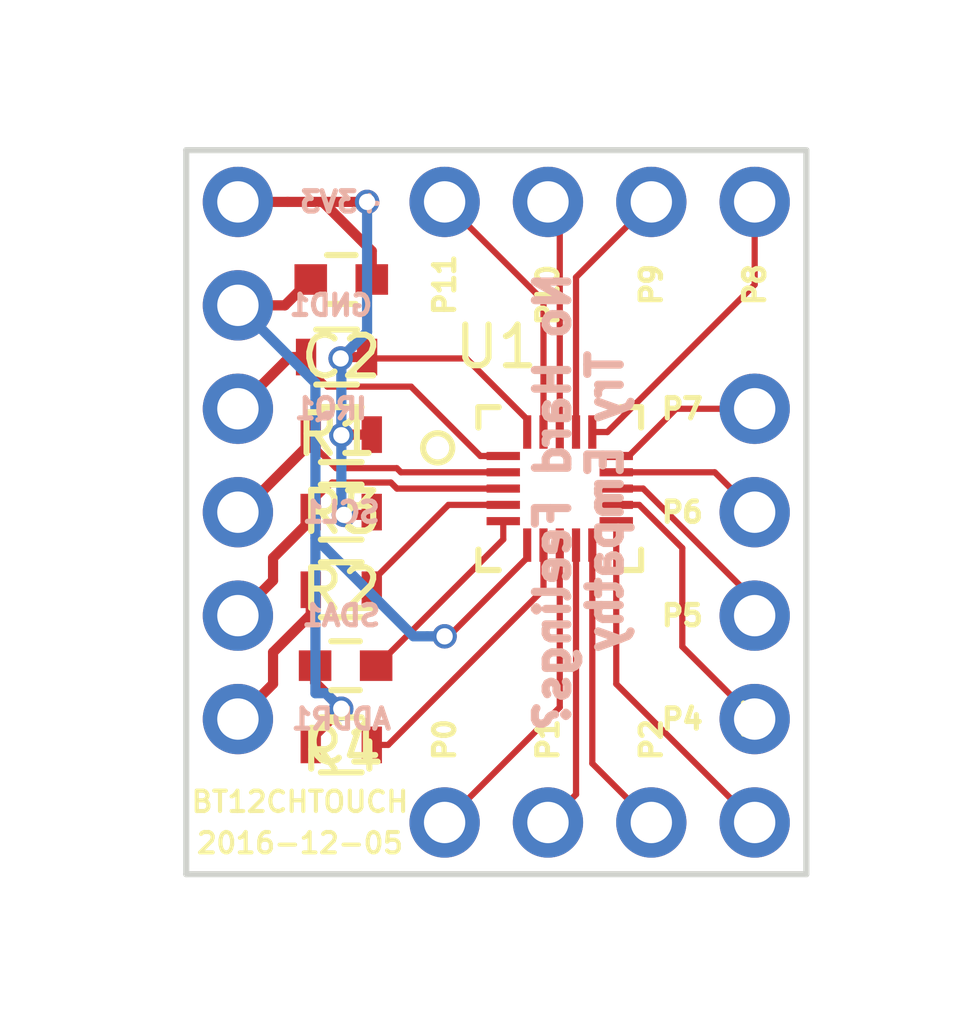
<source format=kicad_pcb>
(kicad_pcb (version 4) (host pcbnew 4.0.4-stable)

  (general
    (links 31)
    (no_connects 20)
    (area 140.894999 72.314999 156.285001 90.245001)
    (thickness 1.6)
    (drawings 7)
    (tracks 116)
    (zones 0)
    (modules 26)
    (nets 22)
  )

  (page A4)
  (layers
    (0 F.Cu signal)
    (31 B.Cu signal)
    (32 B.Adhes user)
    (33 F.Adhes user)
    (34 B.Paste user)
    (35 F.Paste user)
    (36 B.SilkS user)
    (37 F.SilkS user)
    (38 B.Mask user)
    (39 F.Mask user)
    (40 Dwgs.User user)
    (41 Cmts.User user)
    (42 Eco1.User user)
    (43 Eco2.User user)
    (44 Edge.Cuts user)
    (45 Margin user)
    (46 B.CrtYd user)
    (47 F.CrtYd user)
    (48 B.Fab user)
    (49 F.Fab user)
  )

  (setup
    (last_trace_width 0.25)
    (trace_clearance 0.2)
    (zone_clearance 0.508)
    (zone_45_only no)
    (trace_min 0.2)
    (segment_width 0.2)
    (edge_width 0.15)
    (via_size 0.6)
    (via_drill 0.4)
    (via_min_size 0.4)
    (via_min_drill 0.3)
    (uvia_size 0.3)
    (uvia_drill 0.1)
    (uvias_allowed no)
    (uvia_min_size 0.2)
    (uvia_min_drill 0.1)
    (pcb_text_width 0.3)
    (pcb_text_size 1.5 1.5)
    (mod_edge_width 0.15)
    (mod_text_size 1 1)
    (mod_text_width 0.15)
    (pad_size 1.7272 1.7272)
    (pad_drill 1.016)
    (pad_to_mask_clearance 0.2)
    (aux_axis_origin 0 0)
    (visible_elements 7FFEFFFF)
    (pcbplotparams
      (layerselection 0x010fc_80000001)
      (usegerberextensions true)
      (excludeedgelayer true)
      (linewidth 0.100000)
      (plotframeref false)
      (viasonmask false)
      (mode 1)
      (useauxorigin false)
      (hpglpennumber 1)
      (hpglpenspeed 20)
      (hpglpendiameter 15)
      (hpglpenoverlay 2)
      (psnegative false)
      (psa4output false)
      (plotreference true)
      (plotvalue true)
      (plotinvisibletext false)
      (padsonsilk false)
      (subtractmaskfromsilk false)
      (outputformat 1)
      (mirror false)
      (drillshape 0)
      (scaleselection 1)
      (outputdirectory gerber))
  )

  (net 0 "")
  (net 1 +3V3)
  (net 2 GND)
  (net 3 "Net-(R3-Pad2)")
  (net 4 "Net-(R4-Pad1)")
  (net 5 "Net-(ADDR1-Pad1)")
  (net 6 "Net-(C1-Pad1)")
  (net 7 /IRQ)
  (net 8 /P00)
  (net 9 /P01)
  (net 10 /P02)
  (net 11 /P03)
  (net 12 /P04)
  (net 13 /P05)
  (net 14 /P06)
  (net 15 /P07)
  (net 16 /P08)
  (net 17 /P09)
  (net 18 /P10)
  (net 19 /P11)
  (net 20 /SDA)
  (net 21 /SCL)

  (net_class Default "This is the default net class."
    (clearance 0.2)
    (trace_width 0.25)
    (via_dia 0.6)
    (via_drill 0.4)
    (uvia_dia 0.3)
    (uvia_drill 0.1)
    (add_net +3V3)
    (add_net /IRQ)
    (add_net /P00)
    (add_net /P01)
    (add_net /P02)
    (add_net /P03)
    (add_net /P04)
    (add_net /P05)
    (add_net /P06)
    (add_net /P07)
    (add_net /P08)
    (add_net /P09)
    (add_net /P10)
    (add_net /P11)
    (add_net /SCL)
    (add_net /SDA)
    (add_net GND)
    (add_net "Net-(ADDR1-Pad1)")
    (add_net "Net-(C1-Pad1)")
    (add_net "Net-(R3-Pad2)")
    (add_net "Net-(R4-Pad1)")
  )

  (module Liberry:single_0.1 (layer F.Cu) (tedit 5829F5BC) (tstamp 582A703F)
    (at 152.4 73.66 90)
    (descr "10 pins through hole IDC header")
    (tags "IDC header socket VASCH")
    (path /582A0714)
    (fp_text reference P9 (at -2.032 0 90) (layer F.SilkS)
      (effects (font (size 0.5 0.5) (thickness 0.125)))
    )
    (fp_text value CONN_01X01 (at 0 2.54 90) (layer F.Fab)
      (effects (font (size 1 1) (thickness 0.15)))
    )
    (pad 1 thru_hole circle (at 0 0 90) (size 1.7272 1.7272) (drill 1.016) (layers *.Cu *.Mask)
      (net 17 /P09))
  )

  (module Liberry:single_0.1 (layer F.Cu) (tedit 5829F5BC) (tstamp 582A703A)
    (at 154.94 73.66 90)
    (descr "10 pins through hole IDC header")
    (tags "IDC header socket VASCH")
    (path /582A06BC)
    (fp_text reference P8 (at -2.032 0 90) (layer F.SilkS)
      (effects (font (size 0.5 0.5) (thickness 0.125)))
    )
    (fp_text value CONN_01X01 (at 0 2.54 90) (layer F.Fab)
      (effects (font (size 1 1) (thickness 0.15)))
    )
    (pad 1 thru_hole circle (at 0 0 90) (size 1.7272 1.7272) (drill 1.016) (layers *.Cu *.Mask)
      (net 16 /P08))
  )

  (module Liberry:single_0.1 (layer F.Cu) (tedit 5829F5BC) (tstamp 582A7035)
    (at 154.94 78.74)
    (descr "10 pins through hole IDC header")
    (tags "IDC header socket VASCH")
    (path /582A0665)
    (fp_text reference P7 (at -1.778 0) (layer F.SilkS)
      (effects (font (size 0.5 0.5) (thickness 0.125)))
    )
    (fp_text value CONN_01X01 (at 0 2.54) (layer F.Fab)
      (effects (font (size 1 1) (thickness 0.15)))
    )
    (pad 1 thru_hole circle (at 0 0) (size 1.7272 1.7272) (drill 1.016) (layers *.Cu *.Mask)
      (net 15 /P07))
  )

  (module Liberry:single_0.1 (layer F.Cu) (tedit 5829F5BC) (tstamp 582A7030)
    (at 154.94 81.28 180)
    (descr "10 pins through hole IDC header")
    (tags "IDC header socket VASCH")
    (path /582A0611)
    (fp_text reference P6 (at 1.778 0 180) (layer F.SilkS)
      (effects (font (size 0.5 0.5) (thickness 0.125)))
    )
    (fp_text value CONN_01X01 (at 0 2.54 180) (layer F.Fab)
      (effects (font (size 1 1) (thickness 0.15)))
    )
    (pad 1 thru_hole circle (at 0 0 180) (size 1.7272 1.7272) (drill 1.016) (layers *.Cu *.Mask)
      (net 14 /P06))
  )

  (module Liberry:single_0.1 (layer F.Cu) (tedit 5829F5BC) (tstamp 582A702B)
    (at 154.94 83.82)
    (descr "10 pins through hole IDC header")
    (tags "IDC header socket VASCH")
    (path /582A058B)
    (fp_text reference P5 (at -1.778 0) (layer F.SilkS)
      (effects (font (size 0.5 0.5) (thickness 0.125)))
    )
    (fp_text value CONN_01X01 (at 0 2.54) (layer F.Fab)
      (effects (font (size 1 1) (thickness 0.15)))
    )
    (pad 1 thru_hole circle (at 0 0) (size 1.7272 1.7272) (drill 1.016) (layers *.Cu *.Mask)
      (net 13 /P05))
  )

  (module Liberry:single_0.1 (layer F.Cu) (tedit 5829F5BC) (tstamp 582A7026)
    (at 154.94 86.36)
    (descr "10 pins through hole IDC header")
    (tags "IDC header socket VASCH")
    (path /582A0539)
    (fp_text reference P4 (at -1.778 0) (layer F.SilkS)
      (effects (font (size 0.5 0.5) (thickness 0.125)))
    )
    (fp_text value CONN_01X01 (at 0 2.54) (layer F.Fab)
      (effects (font (size 1 1) (thickness 0.15)))
    )
    (pad 1 thru_hole circle (at 0 0) (size 1.7272 1.7272) (drill 1.016) (layers *.Cu *.Mask)
      (net 12 /P04))
  )

  (module Liberry:single_0.1 (layer F.Cu) (tedit 5829F5BC) (tstamp 582A7021)
    (at 154.94 88.9 270)
    (descr "10 pins through hole IDC header")
    (tags "IDC header socket VASCH")
    (path /582A04F2)
    (fp_text reference P3 (at -2.54 0 270) (layer F.SilkS)
      (effects (font (size 0.5 0.5) (thickness 0.125)))
    )
    (fp_text value CONN_01X01 (at 0 2.54 270) (layer F.Fab)
      (effects (font (size 1 1) (thickness 0.15)))
    )
    (pad 1 thru_hole circle (at 0 0 270) (size 1.7272 1.7272) (drill 1.016) (layers *.Cu *.Mask)
      (net 11 /P03))
  )

  (module Liberry:single_0.1 (layer F.Cu) (tedit 5829F5BC) (tstamp 582A701C)
    (at 152.4 88.9 270)
    (descr "10 pins through hole IDC header")
    (tags "IDC header socket VASCH")
    (path /582A04AA)
    (fp_text reference P2 (at -2.032 0 270) (layer F.SilkS)
      (effects (font (size 0.5 0.5) (thickness 0.125)))
    )
    (fp_text value CONN_01X01 (at 0 2.54 270) (layer F.Fab)
      (effects (font (size 1 1) (thickness 0.15)))
    )
    (pad 1 thru_hole circle (at 0 0 270) (size 1.7272 1.7272) (drill 1.016) (layers *.Cu *.Mask)
      (net 10 /P02))
  )

  (module Liberry:single_0.1 (layer F.Cu) (tedit 5829F5BC) (tstamp 582A7017)
    (at 149.86 88.9 270)
    (descr "10 pins through hole IDC header")
    (tags "IDC header socket VASCH")
    (path /582A0461)
    (fp_text reference P1 (at -2.032 0 270) (layer F.SilkS)
      (effects (font (size 0.5 0.5) (thickness 0.125)))
    )
    (fp_text value CONN_01X01 (at 0 2.54 270) (layer F.Fab)
      (effects (font (size 1 1) (thickness 0.15)))
    )
    (pad 1 thru_hole circle (at 0 0 270) (size 1.7272 1.7272) (drill 1.016) (layers *.Cu *.Mask)
      (net 9 /P01))
  )

  (module Liberry:single_0.1 (layer F.Cu) (tedit 5829F5BC) (tstamp 582A7012)
    (at 147.32 88.9 270)
    (descr "10 pins through hole IDC header")
    (tags "IDC header socket VASCH")
    (path /582A02DA)
    (fp_text reference P0 (at -2.032 0 270) (layer F.SilkS)
      (effects (font (size 0.5 0.5) (thickness 0.125)))
    )
    (fp_text value CONN_01X01 (at 0 2.54 270) (layer F.Fab)
      (effects (font (size 1 1) (thickness 0.15)))
    )
    (pad 1 thru_hole circle (at 0 0 270) (size 1.7272 1.7272) (drill 1.016) (layers *.Cu *.Mask)
      (net 8 /P00))
  )

  (module Liberry:single_0.1 (layer F.Cu) (tedit 5829F5BC) (tstamp 5829F6C5)
    (at 147.32 73.66 90)
    (descr "10 pins through hole IDC header")
    (tags "IDC header socket VASCH")
    (path /582A07C9)
    (fp_text reference P11 (at -2.032 0 90) (layer F.SilkS)
      (effects (font (size 0.5 0.5) (thickness 0.125)))
    )
    (fp_text value CONN_01X01 (at 0 2.54 90) (layer F.Fab)
      (effects (font (size 1 1) (thickness 0.15)))
    )
    (pad 1 thru_hole circle (at 0 0 90) (size 1.7272 1.7272) (drill 1.016) (layers *.Cu *.Mask)
      (net 19 /P11))
  )

  (module Liberry:single_0.1 (layer F.Cu) (tedit 5829F5BC) (tstamp 5829F6C0)
    (at 149.86 73.66 90)
    (descr "10 pins through hole IDC header")
    (tags "IDC header socket VASCH")
    (path /582A076D)
    (fp_text reference P10 (at -2.286 0 90) (layer F.SilkS)
      (effects (font (size 0.5 0.5) (thickness 0.125)))
    )
    (fp_text value CONN_01X01 (at 0 2.54 90) (layer F.Fab)
      (effects (font (size 1 1) (thickness 0.15)))
    )
    (pad 1 thru_hole circle (at 0 0 90) (size 1.7272 1.7272) (drill 1.016) (layers *.Cu *.Mask)
      (net 18 /P10))
  )

  (module Capacitors_SMD:C_0603 (layer F.Cu) (tedit 5415D631) (tstamp 5829F1D0)
    (at 144.78 75.565 180)
    (descr "Capacitor SMD 0603, reflow soldering, AVX (see smccp.pdf)")
    (tags "capacitor 0603")
    (path /5829E05C)
    (attr smd)
    (fp_text reference C2 (at 0 -1.9 180) (layer F.SilkS)
      (effects (font (size 1 1) (thickness 0.15)))
    )
    (fp_text value CC0603KRX7R9BB104 (at 0 1.9 180) (layer F.Fab)
      (effects (font (size 1 1) (thickness 0.15)))
    )
    (fp_line (start -0.8 0.4) (end -0.8 -0.4) (layer F.Fab) (width 0.15))
    (fp_line (start 0.8 0.4) (end -0.8 0.4) (layer F.Fab) (width 0.15))
    (fp_line (start 0.8 -0.4) (end 0.8 0.4) (layer F.Fab) (width 0.15))
    (fp_line (start -0.8 -0.4) (end 0.8 -0.4) (layer F.Fab) (width 0.15))
    (fp_line (start -1.45 -0.75) (end 1.45 -0.75) (layer F.CrtYd) (width 0.05))
    (fp_line (start -1.45 0.75) (end 1.45 0.75) (layer F.CrtYd) (width 0.05))
    (fp_line (start -1.45 -0.75) (end -1.45 0.75) (layer F.CrtYd) (width 0.05))
    (fp_line (start 1.45 -0.75) (end 1.45 0.75) (layer F.CrtYd) (width 0.05))
    (fp_line (start -0.35 -0.6) (end 0.35 -0.6) (layer F.SilkS) (width 0.15))
    (fp_line (start 0.35 0.6) (end -0.35 0.6) (layer F.SilkS) (width 0.15))
    (pad 1 smd rect (at -0.75 0 180) (size 0.8 0.75) (layers F.Cu F.Paste F.Mask)
      (net 1 +3V3))
    (pad 2 smd rect (at 0.75 0 180) (size 0.8 0.75) (layers F.Cu F.Paste F.Mask)
      (net 2 GND))
    (model Capacitors_SMD.3dshapes/C_0603.wrl
      (at (xyz 0 0 0))
      (scale (xyz 1 1 1))
      (rotate (xyz 0 0 0))
    )
  )

  (module Capacitors_SMD:C_0603 (layer F.Cu) (tedit 5415D631) (tstamp 5829F1C0)
    (at 144.88666 85.048952 180)
    (descr "Capacitor SMD 0603, reflow soldering, AVX (see smccp.pdf)")
    (tags "capacitor 0603")
    (path /5829DB53)
    (attr smd)
    (fp_text reference C1 (at 0 -1.9 180) (layer F.SilkS)
      (effects (font (size 1 1) (thickness 0.15)))
    )
    (fp_text value 0.1uf (at 0 1.9 180) (layer F.Fab)
      (effects (font (size 1 1) (thickness 0.15)))
    )
    (fp_line (start -0.8 0.4) (end -0.8 -0.4) (layer F.Fab) (width 0.15))
    (fp_line (start 0.8 0.4) (end -0.8 0.4) (layer F.Fab) (width 0.15))
    (fp_line (start 0.8 -0.4) (end 0.8 0.4) (layer F.Fab) (width 0.15))
    (fp_line (start -0.8 -0.4) (end 0.8 -0.4) (layer F.Fab) (width 0.15))
    (fp_line (start -1.45 -0.75) (end 1.45 -0.75) (layer F.CrtYd) (width 0.05))
    (fp_line (start -1.45 0.75) (end 1.45 0.75) (layer F.CrtYd) (width 0.05))
    (fp_line (start -1.45 -0.75) (end -1.45 0.75) (layer F.CrtYd) (width 0.05))
    (fp_line (start 1.45 -0.75) (end 1.45 0.75) (layer F.CrtYd) (width 0.05))
    (fp_line (start -0.35 -0.6) (end 0.35 -0.6) (layer F.SilkS) (width 0.15))
    (fp_line (start 0.35 0.6) (end -0.35 0.6) (layer F.SilkS) (width 0.15))
    (pad 1 smd rect (at -0.75 0 180) (size 0.8 0.75) (layers F.Cu F.Paste F.Mask)
      (net 6 "Net-(C1-Pad1)"))
    (pad 2 smd rect (at 0.75 0 180) (size 0.8 0.75) (layers F.Cu F.Paste F.Mask)
      (net 2 GND))
    (model Capacitors_SMD.3dshapes/C_0603.wrl
      (at (xyz 0 0 0))
      (scale (xyz 1 1 1))
      (rotate (xyz 0 0 0))
    )
  )

  (module Liberry:single_0.1 (layer F.Cu) (tedit 5845D6EE) (tstamp 5829EF84)
    (at 142.24 83.82)
    (descr "10 pins through hole IDC header")
    (tags "IDC header socket VASCH")
    (path /5829FB60)
    (fp_text reference SDA1 (at 2.54 0) (layer B.SilkS)
      (effects (font (size 0.5 0.5) (thickness 0.125)) (justify mirror))
    )
    (fp_text value CONN_01X01 (at 0 2.54) (layer F.Fab)
      (effects (font (size 1 1) (thickness 0.15)))
    )
    (pad 1 thru_hole circle (at 0 0) (size 1.7272 1.7272) (drill 1.016) (layers *.Cu *.Mask)
      (net 20 /SDA))
  )

  (module Liberry:single_0.1 (layer F.Cu) (tedit 5845D6E9) (tstamp 5829EF80)
    (at 142.24 81.28)
    (descr "10 pins through hole IDC header")
    (tags "IDC header socket VASCH")
    (path /5829FB10)
    (fp_text reference SCL1 (at 2.54 0) (layer B.SilkS)
      (effects (font (size 0.5 0.5) (thickness 0.125)) (justify mirror))
    )
    (fp_text value CONN_01X01 (at 0 2.54) (layer F.Fab)
      (effects (font (size 1 1) (thickness 0.15)))
    )
    (pad 1 thru_hole circle (at 0 0) (size 1.7272 1.7272) (drill 1.016) (layers *.Cu *.Mask)
      (net 21 /SCL))
  )

  (module Liberry:single_0.1 (layer F.Cu) (tedit 5845D6E4) (tstamp 5829EF54)
    (at 142.24 78.74)
    (descr "10 pins through hole IDC header")
    (tags "IDC header socket VASCH")
    (path /5829EB47)
    (fp_text reference IRQ1 (at 2.286 0) (layer B.SilkS)
      (effects (font (size 0.5 0.5) (thickness 0.125)) (justify mirror))
    )
    (fp_text value CONN_01X01 (at 0 2.54) (layer F.Fab)
      (effects (font (size 1 1) (thickness 0.15)))
    )
    (pad 1 thru_hole circle (at 0 0) (size 1.7272 1.7272) (drill 1.016) (layers *.Cu *.Mask)
      (net 7 /IRQ))
  )

  (module Liberry:single_0.1 (layer F.Cu) (tedit 5845D6F2) (tstamp 5829EF50)
    (at 142.24 86.36)
    (descr "10 pins through hole IDC header")
    (tags "IDC header socket VASCH")
    (path /5829EEE2)
    (fp_text reference ADDR1 (at 2.54 0) (layer B.SilkS)
      (effects (font (size 0.5 0.5) (thickness 0.125)) (justify mirror))
    )
    (fp_text value CONN_01X01 (at 0 2.54) (layer F.Fab)
      (effects (font (size 1 1) (thickness 0.15)))
    )
    (pad 1 thru_hole circle (at 0 0) (size 1.7272 1.7272) (drill 1.016) (layers *.Cu *.Mask)
      (net 5 "Net-(ADDR1-Pad1)"))
  )

  (module Liberry:single_0.1 (layer F.Cu) (tedit 5845D6DA) (tstamp 5829EF4C)
    (at 142.24 73.66)
    (descr "10 pins through hole IDC header")
    (tags "IDC header socket VASCH")
    (path /5829E47C)
    (fp_text reference +3V3 (at 2.54 0) (layer B.SilkS)
      (effects (font (size 0.5 0.5) (thickness 0.125)) (justify mirror))
    )
    (fp_text value CONN_01X01 (at 0 2.54) (layer F.Fab)
      (effects (font (size 1 1) (thickness 0.15)))
    )
    (pad 1 thru_hole circle (at 0 0) (size 1.7272 1.7272) (drill 1.016) (layers *.Cu *.Mask)
      (net 1 +3V3))
  )

  (module Liberry:single_0.1 (layer F.Cu) (tedit 5845D6DF) (tstamp 5829EEA8)
    (at 142.24 76.2)
    (descr "10 pins through hole IDC header")
    (tags "IDC header socket VASCH")
    (path /582A3E13)
    (fp_text reference GND1 (at 2.286 0) (layer B.SilkS)
      (effects (font (size 0.5 0.5) (thickness 0.125)) (justify mirror))
    )
    (fp_text value CONN_01X01 (at 0 2.54) (layer F.Fab)
      (effects (font (size 1 1) (thickness 0.15)))
    )
    (pad 1 thru_hole circle (at 0 0) (size 1.7272 1.7272) (drill 1.016) (layers *.Cu *.Mask)
      (net 2 GND))
  )

  (module Resistors_SMD:R_0603 (layer F.Cu) (tedit 58307A47) (tstamp 5829E38F)
    (at 144.78 79.375 180)
    (descr "Resistor SMD 0603, reflow soldering, Vishay (see dcrcw.pdf)")
    (tags "resistor 0603")
    (path /5829F9B0)
    (attr smd)
    (fp_text reference R5 (at 0 -1.9 180) (layer F.SilkS)
      (effects (font (size 1 1) (thickness 0.15)))
    )
    (fp_text value 10K (at 0 1.9 180) (layer F.Fab)
      (effects (font (size 1 1) (thickness 0.15)))
    )
    (fp_line (start -0.8 0.4) (end -0.8 -0.4) (layer F.Fab) (width 0.1))
    (fp_line (start 0.8 0.4) (end -0.8 0.4) (layer F.Fab) (width 0.1))
    (fp_line (start 0.8 -0.4) (end 0.8 0.4) (layer F.Fab) (width 0.1))
    (fp_line (start -0.8 -0.4) (end 0.8 -0.4) (layer F.Fab) (width 0.1))
    (fp_line (start -1.3 -0.8) (end 1.3 -0.8) (layer F.CrtYd) (width 0.05))
    (fp_line (start -1.3 0.8) (end 1.3 0.8) (layer F.CrtYd) (width 0.05))
    (fp_line (start -1.3 -0.8) (end -1.3 0.8) (layer F.CrtYd) (width 0.05))
    (fp_line (start 1.3 -0.8) (end 1.3 0.8) (layer F.CrtYd) (width 0.05))
    (fp_line (start 0.5 0.675) (end -0.5 0.675) (layer F.SilkS) (width 0.15))
    (fp_line (start -0.5 -0.675) (end 0.5 -0.675) (layer F.SilkS) (width 0.15))
    (pad 1 smd rect (at -0.75 0 180) (size 0.5 0.9) (layers F.Cu F.Paste F.Mask)
      (net 1 +3V3))
    (pad 2 smd rect (at 0.75 0 180) (size 0.5 0.9) (layers F.Cu F.Paste F.Mask)
      (net 21 /SCL))
    (model Resistors_SMD.3dshapes/R_0603.wrl
      (at (xyz 0 0 0))
      (scale (xyz 1 1 1))
      (rotate (xyz 0 0 0))
    )
  )

  (module Resistors_SMD:R_0603 (layer F.Cu) (tedit 58307A47) (tstamp 5829E383)
    (at 144.77816 81.27746 180)
    (descr "Resistor SMD 0603, reflow soldering, Vishay (see dcrcw.pdf)")
    (tags "resistor 0603")
    (path /5829F973)
    (attr smd)
    (fp_text reference R2 (at 0 -1.9 180) (layer F.SilkS)
      (effects (font (size 1 1) (thickness 0.15)))
    )
    (fp_text value 10K (at 0 1.9 180) (layer F.Fab)
      (effects (font (size 1 1) (thickness 0.15)))
    )
    (fp_line (start -0.8 0.4) (end -0.8 -0.4) (layer F.Fab) (width 0.1))
    (fp_line (start 0.8 0.4) (end -0.8 0.4) (layer F.Fab) (width 0.1))
    (fp_line (start 0.8 -0.4) (end 0.8 0.4) (layer F.Fab) (width 0.1))
    (fp_line (start -0.8 -0.4) (end 0.8 -0.4) (layer F.Fab) (width 0.1))
    (fp_line (start -1.3 -0.8) (end 1.3 -0.8) (layer F.CrtYd) (width 0.05))
    (fp_line (start -1.3 0.8) (end 1.3 0.8) (layer F.CrtYd) (width 0.05))
    (fp_line (start -1.3 -0.8) (end -1.3 0.8) (layer F.CrtYd) (width 0.05))
    (fp_line (start 1.3 -0.8) (end 1.3 0.8) (layer F.CrtYd) (width 0.05))
    (fp_line (start 0.5 0.675) (end -0.5 0.675) (layer F.SilkS) (width 0.15))
    (fp_line (start -0.5 -0.675) (end 0.5 -0.675) (layer F.SilkS) (width 0.15))
    (pad 1 smd rect (at -0.75 0 180) (size 0.5 0.9) (layers F.Cu F.Paste F.Mask)
      (net 1 +3V3))
    (pad 2 smd rect (at 0.75 0 180) (size 0.5 0.9) (layers F.Cu F.Paste F.Mask)
      (net 20 /SDA))
    (model Resistors_SMD.3dshapes/R_0603.wrl
      (at (xyz 0 0 0))
      (scale (xyz 1 1 1))
      (rotate (xyz 0 0 0))
    )
  )

  (module Resistors_SMD:R_0603 (layer F.Cu) (tedit 58307A47) (tstamp 5829DDA5)
    (at 144.78 86.995 180)
    (descr "Resistor SMD 0603, reflow soldering, Vishay (see dcrcw.pdf)")
    (tags "resistor 0603")
    (path /5829D998)
    (attr smd)
    (fp_text reference R4 (at 0 -0.127 180) (layer F.SilkS)
      (effects (font (size 1 1) (thickness 0.15)))
    )
    (fp_text value 75K (at 0 1.9 180) (layer F.Fab)
      (effects (font (size 1 1) (thickness 0.15)))
    )
    (fp_line (start -0.8 0.4) (end -0.8 -0.4) (layer F.Fab) (width 0.1))
    (fp_line (start 0.8 0.4) (end -0.8 0.4) (layer F.Fab) (width 0.1))
    (fp_line (start 0.8 -0.4) (end 0.8 0.4) (layer F.Fab) (width 0.1))
    (fp_line (start -0.8 -0.4) (end 0.8 -0.4) (layer F.Fab) (width 0.1))
    (fp_line (start -1.3 -0.8) (end 1.3 -0.8) (layer F.CrtYd) (width 0.05))
    (fp_line (start -1.3 0.8) (end 1.3 0.8) (layer F.CrtYd) (width 0.05))
    (fp_line (start -1.3 -0.8) (end -1.3 0.8) (layer F.CrtYd) (width 0.05))
    (fp_line (start 1.3 -0.8) (end 1.3 0.8) (layer F.CrtYd) (width 0.05))
    (fp_line (start 0.5 0.675) (end -0.5 0.675) (layer F.SilkS) (width 0.15))
    (fp_line (start -0.5 -0.675) (end 0.5 -0.675) (layer F.SilkS) (width 0.15))
    (pad 1 smd rect (at -0.75 0 180) (size 0.5 0.9) (layers F.Cu F.Paste F.Mask)
      (net 4 "Net-(R4-Pad1)"))
    (pad 2 smd rect (at 0.75 0 180) (size 0.5 0.9) (layers F.Cu F.Paste F.Mask)
      (net 2 GND))
    (model Resistors_SMD.3dshapes/R_0603.wrl
      (at (xyz 0 0 0))
      (scale (xyz 1 1 1))
      (rotate (xyz 0 0 0))
    )
  )

  (module Resistors_SMD:R_0603 (layer F.Cu) (tedit 58307A47) (tstamp 5829DD99)
    (at 144.78 83.185)
    (descr "Resistor SMD 0603, reflow soldering, Vishay (see dcrcw.pdf)")
    (tags "resistor 0603")
    (path /5829D974)
    (attr smd)
    (fp_text reference R3 (at 0 -1.9) (layer F.SilkS)
      (effects (font (size 1 1) (thickness 0.15)))
    )
    (fp_text value 100K (at 0 1.9) (layer F.Fab)
      (effects (font (size 1 1) (thickness 0.15)))
    )
    (fp_line (start -0.8 0.4) (end -0.8 -0.4) (layer F.Fab) (width 0.1))
    (fp_line (start 0.8 0.4) (end -0.8 0.4) (layer F.Fab) (width 0.1))
    (fp_line (start 0.8 -0.4) (end 0.8 0.4) (layer F.Fab) (width 0.1))
    (fp_line (start -0.8 -0.4) (end 0.8 -0.4) (layer F.Fab) (width 0.1))
    (fp_line (start -1.3 -0.8) (end 1.3 -0.8) (layer F.CrtYd) (width 0.05))
    (fp_line (start -1.3 0.8) (end 1.3 0.8) (layer F.CrtYd) (width 0.05))
    (fp_line (start -1.3 -0.8) (end -1.3 0.8) (layer F.CrtYd) (width 0.05))
    (fp_line (start 1.3 -0.8) (end 1.3 0.8) (layer F.CrtYd) (width 0.05))
    (fp_line (start 0.5 0.675) (end -0.5 0.675) (layer F.SilkS) (width 0.15))
    (fp_line (start -0.5 -0.675) (end 0.5 -0.675) (layer F.SilkS) (width 0.15))
    (pad 1 smd rect (at -0.75 0) (size 0.5 0.9) (layers F.Cu F.Paste F.Mask)
      (net 5 "Net-(ADDR1-Pad1)"))
    (pad 2 smd rect (at 0.75 0) (size 0.5 0.9) (layers F.Cu F.Paste F.Mask)
      (net 3 "Net-(R3-Pad2)"))
    (model Resistors_SMD.3dshapes/R_0603.wrl
      (at (xyz 0 0 0))
      (scale (xyz 1 1 1))
      (rotate (xyz 0 0 0))
    )
  )

  (module Resistors_SMD:R_0603 (layer F.Cu) (tedit 58307A47) (tstamp 5829DD8D)
    (at 144.665 77.47 180)
    (descr "Resistor SMD 0603, reflow soldering, Vishay (see dcrcw.pdf)")
    (tags "resistor 0603")
    (path /5829D4CE)
    (attr smd)
    (fp_text reference R1 (at 0 -1.9 180) (layer F.SilkS)
      (effects (font (size 1 1) (thickness 0.15)))
    )
    (fp_text value 10K (at 0 1.9 180) (layer F.Fab)
      (effects (font (size 1 1) (thickness 0.15)))
    )
    (fp_line (start -0.8 0.4) (end -0.8 -0.4) (layer F.Fab) (width 0.1))
    (fp_line (start 0.8 0.4) (end -0.8 0.4) (layer F.Fab) (width 0.1))
    (fp_line (start 0.8 -0.4) (end 0.8 0.4) (layer F.Fab) (width 0.1))
    (fp_line (start -0.8 -0.4) (end 0.8 -0.4) (layer F.Fab) (width 0.1))
    (fp_line (start -1.3 -0.8) (end 1.3 -0.8) (layer F.CrtYd) (width 0.05))
    (fp_line (start -1.3 0.8) (end 1.3 0.8) (layer F.CrtYd) (width 0.05))
    (fp_line (start -1.3 -0.8) (end -1.3 0.8) (layer F.CrtYd) (width 0.05))
    (fp_line (start 1.3 -0.8) (end 1.3 0.8) (layer F.CrtYd) (width 0.05))
    (fp_line (start 0.5 0.675) (end -0.5 0.675) (layer F.SilkS) (width 0.15))
    (fp_line (start -0.5 -0.675) (end 0.5 -0.675) (layer F.SilkS) (width 0.15))
    (pad 1 smd rect (at -0.75 0 180) (size 0.5 0.9) (layers F.Cu F.Paste F.Mask)
      (net 1 +3V3))
    (pad 2 smd rect (at 0.75 0 180) (size 0.5 0.9) (layers F.Cu F.Paste F.Mask)
      (net 7 /IRQ))
    (model Resistors_SMD.3dshapes/R_0603.wrl
      (at (xyz 0 0 0))
      (scale (xyz 1 1 1))
      (rotate (xyz 0 0 0))
    )
  )

  (module Liberry:QFN-20-1EP_3x3mm_Pitch0.40mm (layer F.Cu) (tedit 5845D3AF) (tstamp 582A7535)
    (at 150.15 80.7)
    (descr "20-Lead Plastic Quad Flat, No Lead Package (MQ) - 5x5x0.9 mm Body [QFN]; (see Microchip Packaging Specification 00000049BS.pdf)")
    (tags "QFN 0.65")
    (path /582A79AC)
    (attr smd)
    (fp_text reference U1 (at -1.56 -3.484) (layer F.SilkS)
      (effects (font (size 1 1) (thickness 0.15)))
    )
    (fp_text value MPR121QR2 (at 0 3.525) (layer F.Fab)
      (effects (font (size 1 1) (thickness 0.15)))
    )
    (fp_line (start -2 2) (end -2 1.5) (layer F.SilkS) (width 0.15))
    (fp_line (start -1.5 2) (end -2 2) (layer F.SilkS) (width 0.15))
    (fp_line (start 2 2) (end 1.5 2) (layer F.SilkS) (width 0.15))
    (fp_line (start 2 1.5) (end 2 2) (layer F.SilkS) (width 0.15))
    (fp_line (start 2 -2) (end 2 -1.5) (layer F.SilkS) (width 0.15))
    (fp_line (start 1.5 -2) (end 2 -2) (layer F.SilkS) (width 0.15))
    (fp_line (start -2 -2) (end -1.5 -2) (layer F.SilkS) (width 0.15))
    (fp_line (start -2 -1.5) (end -2 -2) (layer F.SilkS) (width 0.15))
    (fp_circle (center -3 -1) (end -2.746 -1.254) (layer F.SilkS) (width 0.15))
    (fp_line (start -0.75 -1.5) (end 1.5 -1.5) (layer F.Fab) (width 0.15))
    (fp_line (start 1.5 -1.5) (end 1.5 1.5) (layer F.Fab) (width 0.15))
    (fp_line (start 1.5 1.5) (end -1.5 1.5) (layer F.Fab) (width 0.15))
    (fp_line (start -1.5 1.5) (end -1.5 -0.75) (layer F.Fab) (width 0.15))
    (fp_line (start -0.75 -1.5) (end -1.5 -0.75) (layer F.Fab) (width 0.15))
    (fp_line (start -2.8 -2.8) (end -2.8 2.8) (layer F.CrtYd) (width 0.05))
    (fp_line (start 2.8 -2.8) (end 2.8 2.8) (layer F.CrtYd) (width 0.05))
    (fp_line (start -2.8 -2.8) (end 2.8 -2.8) (layer F.CrtYd) (width 0.05))
    (fp_line (start -2.8 2.8) (end 2.8 2.8) (layer F.CrtYd) (width 0.05))
    (pad 1 smd rect (at -1.388503 -0.8) (size 0.82 0.2) (layers F.Cu F.Paste F.Mask)
      (net 7 /IRQ))
    (pad 2 smd rect (at -1.388503 -0.4) (size 0.82 0.2) (layers F.Cu F.Paste F.Mask)
      (net 21 /SCL))
    (pad 3 smd rect (at -1.388503 0) (size 0.82 0.2) (layers F.Cu F.Paste F.Mask)
      (net 20 /SDA))
    (pad 4 smd rect (at -1.388503 0.4) (size 0.82 0.2) (layers F.Cu F.Paste F.Mask)
      (net 3 "Net-(R3-Pad2)"))
    (pad 5 smd rect (at -1.388503 0.8) (size 0.82 0.2) (layers F.Cu F.Paste F.Mask)
      (net 6 "Net-(C1-Pad1)"))
    (pad 6 smd rect (at -0.8 1.388503 90) (size 0.82 0.2) (layers F.Cu F.Paste F.Mask)
      (net 2 GND))
    (pad 7 smd rect (at -0.4 1.388503 90) (size 0.82 0.2) (layers F.Cu F.Paste F.Mask)
      (net 4 "Net-(R4-Pad1)"))
    (pad 8 smd rect (at 0 1.388503 90) (size 0.82 0.2) (layers F.Cu F.Paste F.Mask)
      (net 8 /P00))
    (pad 9 smd rect (at 0.4 1.388503 90) (size 0.82 0.2) (layers F.Cu F.Paste F.Mask)
      (net 9 /P01))
    (pad 10 smd rect (at 0.8 1.388503 90) (size 0.82 0.2) (layers F.Cu F.Paste F.Mask)
      (net 10 /P02))
    (pad 11 smd rect (at 1.388503 0.8) (size 0.82 0.2) (layers F.Cu F.Paste F.Mask)
      (net 11 /P03))
    (pad 12 smd rect (at 1.388503 0.4) (size 0.82 0.2) (layers F.Cu F.Paste F.Mask)
      (net 12 /P04))
    (pad 13 smd rect (at 1.388503 0) (size 0.82 0.2) (layers F.Cu F.Paste F.Mask)
      (net 13 /P05))
    (pad 14 smd rect (at 1.388503 -0.4) (size 0.82 0.2) (layers F.Cu F.Paste F.Mask)
      (net 14 /P06))
    (pad 15 smd rect (at 1.388503 -0.8) (size 0.82 0.2) (layers F.Cu F.Paste F.Mask)
      (net 15 /P07))
    (pad 16 smd rect (at 0.8 -1.388503 90) (size 0.82 0.2) (layers F.Cu F.Paste F.Mask)
      (net 16 /P08))
    (pad 17 smd rect (at 0.4 -1.388503 90) (size 0.82 0.2) (layers F.Cu F.Paste F.Mask)
      (net 17 /P09))
    (pad 18 smd rect (at 0 -1.388503 90) (size 0.82 0.2) (layers F.Cu F.Paste F.Mask)
      (net 18 /P10))
    (pad 19 smd rect (at -0.4 -1.388503 90) (size 0.82 0.2) (layers F.Cu F.Paste F.Mask)
      (net 19 /P11))
    (pad 20 smd rect (at -0.8 -1.388503 90) (size 0.82 0.2) (layers F.Cu F.Paste F.Mask)
      (net 1 +3V3))
    (model Housings_DFN_QFN.3dshapes/QFN-20-1EP_5x5mm_Pitch0.65mm.wrl
      (at (xyz 0 0 0))
      (scale (xyz 1 1 1))
      (rotate (xyz 0 0 0))
    )
  )

  (gr_text "No Hard Feelings?\nTry Empathy" (at 150.622 81.026 90) (layer B.SilkS)
    (effects (font (size 0.8 0.8) (thickness 0.2)) (justify mirror))
  )
  (gr_text 2016-12-05 (at 143.764 89.408) (layer F.SilkS) (tstamp 582A125B)
    (effects (font (size 0.5 0.5) (thickness 0.1)))
  )
  (gr_text BT12CHTOUCH (at 143.764 88.392) (layer F.SilkS)
    (effects (font (size 0.5 0.5) (thickness 0.1)))
  )
  (gr_line (start 140.97 90.17) (end 140.97 72.39) (layer Edge.Cuts) (width 0.15))
  (gr_line (start 156.21 90.17) (end 140.97 90.17) (layer Edge.Cuts) (width 0.15))
  (gr_line (start 156.21 72.39) (end 156.21 90.17) (layer Edge.Cuts) (width 0.15))
  (gr_line (start 140.97 72.39) (end 156.21 72.39) (layer Edge.Cuts) (width 0.15))

  (segment (start 149.35 79.311497) (end 149.35 79.001497) (width 0.1524) (layer F.Cu) (net 1))
  (segment (start 149.35 79.001497) (end 147.85301 77.504507) (width 0.1524) (layer F.Cu) (net 1))
  (segment (start 147.85301 77.504507) (end 145.188655 77.504507) (width 0.1524) (layer F.Cu) (net 1))
  (segment (start 145.188655 77.504507) (end 144.764391 77.504507) (width 0.1524) (layer F.Cu) (net 1))
  (segment (start 145.06439 77.204508) (end 144.764391 77.504507) (width 0.25) (layer B.Cu) (net 1))
  (segment (start 145.415 76.853898) (end 145.06439 77.204508) (width 0.25) (layer B.Cu) (net 1))
  (segment (start 145.415 73.66) (end 145.415 76.853898) (width 0.25) (layer B.Cu) (net 1))
  (segment (start 144.798898 77.47) (end 144.764391 77.504507) (width 0.25) (layer F.Cu) (net 1))
  (segment (start 145.415 77.47) (end 144.798898 77.47) (width 0.25) (layer F.Cu) (net 1))
  (segment (start 144.782371 79.390743) (end 144.782371 77.522487) (width 0.25) (layer B.Cu) (net 1))
  (via (at 144.764391 77.504507) (size 0.6) (drill 0.4) (layers F.Cu B.Cu) (net 1))
  (segment (start 144.782371 77.522487) (end 144.764391 77.504507) (width 0.25) (layer B.Cu) (net 1))
  (segment (start 144.844759 81.344759) (end 145.460861 81.344759) (width 0.25) (layer F.Cu) (net 1))
  (segment (start 145.460861 81.344759) (end 145.52816 81.27746) (width 0.25) (layer F.Cu) (net 1))
  (segment (start 144.782371 81.282371) (end 144.844759 81.344759) (width 0.25) (layer B.Cu) (net 1))
  (segment (start 144.782371 79.390743) (end 144.782371 81.282371) (width 0.25) (layer B.Cu) (net 1))
  (via (at 144.844759 81.344759) (size 0.6) (drill 0.4) (layers F.Cu B.Cu) (net 1))
  (segment (start 145.53 79.375) (end 144.798114 79.375) (width 0.25) (layer F.Cu) (net 1))
  (segment (start 144.798114 79.375) (end 144.782371 79.390743) (width 0.25) (layer F.Cu) (net 1))
  (via (at 144.782371 79.390743) (size 0.6) (drill 0.4) (layers F.Cu B.Cu) (net 1))
  (segment (start 144.325 73.66) (end 145.415 73.66) (width 0.25) (layer F.Cu) (net 1))
  (via (at 145.415 73.66) (size 0.6) (drill 0.4) (layers F.Cu B.Cu) (net 1))
  (segment (start 145.555 75.565) (end 145.53 75.565) (width 0.25) (layer F.Cu) (net 1))
  (segment (start 145.53 75.565) (end 145.53 74.865) (width 0.25) (layer F.Cu) (net 1))
  (segment (start 145.53 74.865) (end 144.325 73.66) (width 0.25) (layer F.Cu) (net 1))
  (segment (start 143.461314 73.66) (end 142.24 73.66) (width 0.25) (layer F.Cu) (net 1))
  (segment (start 144.325 73.66) (end 143.461314 73.66) (width 0.25) (layer F.Cu) (net 1))
  (segment (start 145.53 75.765) (end 145.53 75.565) (width 0.25) (layer F.Cu) (net 1))
  (segment (start 149.35 82.088503) (end 149.35 82.398503) (width 0.1524) (layer F.Cu) (net 2))
  (segment (start 149.35 82.398503) (end 147.420503 84.328) (width 0.1524) (layer F.Cu) (net 2))
  (segment (start 147.420503 84.328) (end 147.32 84.328) (width 0.1524) (layer F.Cu) (net 2))
  (segment (start 144.145 81.915) (end 146.558 84.328) (width 0.25) (layer B.Cu) (net 2))
  (segment (start 146.558 84.328) (end 146.895736 84.328) (width 0.25) (layer B.Cu) (net 2))
  (segment (start 146.895736 84.328) (end 147.32 84.328) (width 0.25) (layer B.Cu) (net 2))
  (via (at 147.32 84.328) (size 0.6) (drill 0.4) (layers F.Cu B.Cu) (net 2))
  (segment (start 144.13666 85.048952) (end 144.13666 85.46266) (width 0.25) (layer F.Cu) (net 2))
  (segment (start 144.13666 85.46266) (end 144.78 86.106) (width 0.25) (layer F.Cu) (net 2))
  (segment (start 144.03 86.995) (end 144.03 86.856) (width 0.25) (layer F.Cu) (net 2))
  (segment (start 144.03 86.856) (end 144.78 86.106) (width 0.25) (layer F.Cu) (net 2))
  (segment (start 144.145 85.725) (end 144.399 85.725) (width 0.25) (layer B.Cu) (net 2))
  (segment (start 144.399 85.725) (end 144.78 86.106) (width 0.25) (layer B.Cu) (net 2))
  (segment (start 144.145 81.915) (end 144.145 85.725) (width 0.25) (layer B.Cu) (net 2))
  (via (at 144.78 86.106) (size 0.6) (drill 0.4) (layers F.Cu B.Cu) (net 2))
  (segment (start 144.145 78.105) (end 144.145 81.915) (width 0.25) (layer B.Cu) (net 2))
  (segment (start 142.24 76.2) (end 144.145 78.105) (width 0.25) (layer B.Cu) (net 2))
  (segment (start 142.24 76.2) (end 143.395 76.2) (width 0.25) (layer F.Cu) (net 2))
  (segment (start 143.395 76.2) (end 144.03 75.565) (width 0.25) (layer F.Cu) (net 2))
  (segment (start 144.03 86.795) (end 144.03 86.995) (width 0.25) (layer F.Cu) (net 2))
  (segment (start 148.761497 81.1) (end 147.415 81.1) (width 0.1524) (layer F.Cu) (net 3))
  (segment (start 147.415 81.1) (end 145.53 82.985) (width 0.1524) (layer F.Cu) (net 3))
  (segment (start 145.53 82.985) (end 145.53 83.185) (width 0.1524) (layer F.Cu) (net 3))
  (segment (start 149.75 82.088503) (end 149.75 83.1774) (width 0.1524) (layer F.Cu) (net 4))
  (segment (start 149.75 83.1774) (end 145.9324 86.995) (width 0.1524) (layer F.Cu) (net 4))
  (segment (start 145.9324 86.995) (end 145.53 86.995) (width 0.1524) (layer F.Cu) (net 4))
  (segment (start 144.03 83.836659) (end 143.988951 83.836659) (width 0.25) (layer F.Cu) (net 5))
  (segment (start 143.988951 83.836659) (end 143.103599 84.722011) (width 0.25) (layer F.Cu) (net 5))
  (segment (start 143.103599 84.722011) (end 143.103599 85.496401) (width 0.25) (layer F.Cu) (net 5))
  (segment (start 143.103599 85.496401) (end 142.24 86.36) (width 0.25) (layer F.Cu) (net 5))
  (segment (start 144.03 83.185) (end 144.03 83.836659) (width 0.25) (layer F.Cu) (net 5))
  (segment (start 148.761497 81.5) (end 148.761497 81.949115) (width 0.1524) (layer F.Cu) (net 6))
  (segment (start 148.761497 81.949115) (end 145.66166 85.048952) (width 0.1524) (layer F.Cu) (net 6))
  (segment (start 145.66166 85.048952) (end 145.63666 85.048952) (width 0.1524) (layer F.Cu) (net 6))
  (segment (start 146.495298 78.196201) (end 144.441201 78.196201) (width 0.1524) (layer F.Cu) (net 7))
  (segment (start 148.761497 79.9) (end 148.199097 79.9) (width 0.1524) (layer F.Cu) (net 7))
  (segment (start 144.441201 78.196201) (end 143.915 77.67) (width 0.1524) (layer F.Cu) (net 7))
  (segment (start 148.199097 79.9) (end 146.495298 78.196201) (width 0.1524) (layer F.Cu) (net 7))
  (segment (start 143.915 77.67) (end 143.915 77.47) (width 0.1524) (layer F.Cu) (net 7))
  (segment (start 143.915 77.27) (end 143.915 77.47) (width 0.25) (layer F.Cu) (net 7))
  (segment (start 143.915 77.47) (end 143.51 77.47) (width 0.25) (layer F.Cu) (net 7))
  (segment (start 143.51 77.47) (end 142.24 78.74) (width 0.25) (layer F.Cu) (net 7))
  (segment (start 150.15 82.088503) (end 150.15 86.07) (width 0.1524) (layer F.Cu) (net 8))
  (segment (start 150.15 86.07) (end 147.32 88.9) (width 0.1524) (layer F.Cu) (net 8))
  (segment (start 150.55 82.088503) (end 150.55 88.21) (width 0.1524) (layer F.Cu) (net 9))
  (segment (start 150.55 88.21) (end 149.86 88.9) (width 0.1524) (layer F.Cu) (net 9))
  (segment (start 150.95 82.088503) (end 150.95 87.45) (width 0.1524) (layer F.Cu) (net 10))
  (segment (start 150.95 87.45) (end 152.4 88.9) (width 0.1524) (layer F.Cu) (net 10))
  (segment (start 151.538503 81.5) (end 151.538503 85.498503) (width 0.1524) (layer F.Cu) (net 11))
  (segment (start 151.538503 85.498503) (end 154.94 88.9) (width 0.1524) (layer F.Cu) (net 11))
  (segment (start 151.538503 81.1) (end 152.100903 81.1) (width 0.1524) (layer F.Cu) (net 12))
  (segment (start 152.100903 81.1) (end 153.162 82.161097) (width 0.1524) (layer F.Cu) (net 12))
  (segment (start 153.162 82.161097) (end 153.162 84.582) (width 0.1524) (layer F.Cu) (net 12))
  (segment (start 153.162 84.582) (end 154.076401 85.496401) (width 0.1524) (layer F.Cu) (net 12))
  (segment (start 154.076401 85.496401) (end 154.94 86.36) (width 0.1524) (layer F.Cu) (net 12))
  (segment (start 154.94 83.440713) (end 154.94 83.82) (width 0.1524) (layer F.Cu) (net 13))
  (segment (start 151.538503 80.7) (end 152.199287 80.7) (width 0.1524) (layer F.Cu) (net 13))
  (segment (start 152.199287 80.7) (end 154.94 83.440713) (width 0.1524) (layer F.Cu) (net 13))
  (segment (start 151.538503 80.3) (end 153.96 80.3) (width 0.1524) (layer F.Cu) (net 14))
  (segment (start 153.96 80.3) (end 154.94 81.28) (width 0.1524) (layer F.Cu) (net 14))
  (segment (start 153.008503 78.74) (end 154.94 78.74) (width 0.1524) (layer F.Cu) (net 15))
  (segment (start 151.538503 79.9) (end 151.848503 79.9) (width 0.1524) (layer F.Cu) (net 15))
  (segment (start 151.848503 79.9) (end 153.008503 78.74) (width 0.1524) (layer F.Cu) (net 15))
  (segment (start 151.320503 79.311497) (end 154.94 75.692) (width 0.1524) (layer F.Cu) (net 16))
  (segment (start 154.94 75.692) (end 154.94 73.66) (width 0.1524) (layer F.Cu) (net 16))
  (segment (start 150.95 79.311497) (end 151.320503 79.311497) (width 0.1524) (layer F.Cu) (net 16))
  (segment (start 150.55 79.311497) (end 150.55 75.51) (width 0.1524) (layer F.Cu) (net 17))
  (segment (start 150.55 75.51) (end 152.4 73.66) (width 0.1524) (layer F.Cu) (net 17))
  (segment (start 150.15 79.311497) (end 150.15 73.95) (width 0.1524) (layer F.Cu) (net 18))
  (segment (start 150.15 73.95) (end 149.86 73.66) (width 0.1524) (layer F.Cu) (net 18))
  (segment (start 149.75 79.311497) (end 149.75 76.09) (width 0.1524) (layer F.Cu) (net 19))
  (segment (start 149.75 76.09) (end 147.32 73.66) (width 0.1524) (layer F.Cu) (net 19))
  (segment (start 148.761497 80.7) (end 146.147862 80.7) (width 0.1524) (layer F.Cu) (net 20))
  (segment (start 146.147862 80.7) (end 145.999121 80.551259) (width 0.1524) (layer F.Cu) (net 20))
  (segment (start 145.999121 80.551259) (end 144.554361 80.551259) (width 0.1524) (layer F.Cu) (net 20))
  (segment (start 144.554361 80.551259) (end 144.02816 81.07746) (width 0.1524) (layer F.Cu) (net 20))
  (segment (start 144.02816 81.07746) (end 144.02816 81.27746) (width 0.1524) (layer F.Cu) (net 20))
  (segment (start 144.02816 81.27746) (end 144.02816 81.47746) (width 0.25) (layer F.Cu) (net 20))
  (segment (start 144.02816 81.47746) (end 143.103599 82.402021) (width 0.25) (layer F.Cu) (net 20))
  (segment (start 143.103599 82.402021) (end 143.103599 82.956401) (width 0.25) (layer F.Cu) (net 20))
  (segment (start 143.103599 82.956401) (end 142.24 83.82) (width 0.25) (layer F.Cu) (net 20))
  (segment (start 148.761497 80.3) (end 146.246246 80.3) (width 0.1524) (layer F.Cu) (net 21))
  (segment (start 146.246246 80.3) (end 146.145094 80.198848) (width 0.1524) (layer F.Cu) (net 21))
  (segment (start 146.145094 80.198848) (end 144.653848 80.198848) (width 0.1524) (layer F.Cu) (net 21))
  (segment (start 144.653848 80.198848) (end 144.03 79.575) (width 0.1524) (layer F.Cu) (net 21))
  (segment (start 144.03 79.575) (end 144.03 79.375) (width 0.1524) (layer F.Cu) (net 21))
  (segment (start 144.03 79.575) (end 142.325 81.28) (width 0.25) (layer F.Cu) (net 21))
  (segment (start 142.325 81.28) (end 142.24 81.28) (width 0.25) (layer F.Cu) (net 21))

)

</source>
